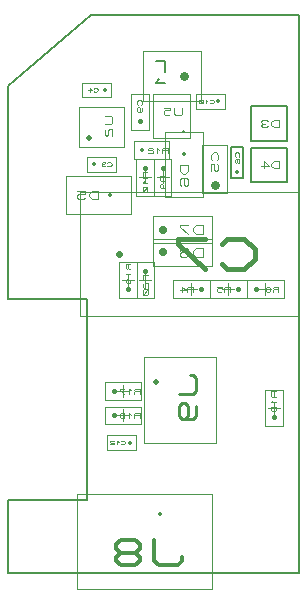
<source format=gbr>
G04 PROTEUS GERBER X2 FILE*
%TF.GenerationSoftware,Labcenter,Proteus,8.16-SP3-Build36097*%
%TF.CreationDate,2024-09-26T16:34:03+00:00*%
%TF.FileFunction,AssemblyDrawing,Bot*%
%TF.FilePolarity,Positive*%
%TF.Part,Single*%
%TF.SameCoordinates,{f118cff8-fadb-4bc5-a17f-1c91f2e22e42}*%
%FSLAX45Y45*%
%MOMM*%
G01*
%TA.AperFunction,Material*%
%ADD156C,0.050000*%
%ADD163C,0.396240*%
%ADD164C,0.066630*%
%ADD63C,0.177800*%
%ADD162C,0.096520*%
%ADD182C,0.488000*%
%ADD183C,0.107740*%
%ADD165C,0.376000*%
%ADD166C,0.051640*%
%ADD66C,0.100000*%
%ADD184C,0.558800*%
%ADD185C,0.415060*%
%ADD167C,0.355600*%
%ADD168C,0.056890*%
%ADD155C,0.688000*%
%ADD186C,0.123100*%
%ADD187C,0.360000*%
%ADD188C,0.113070*%
%ADD189C,0.270000*%
%ADD190C,0.099070*%
%ADD191C,0.408000*%
%ADD192C,0.064440*%
%ADD176C,0.380000*%
%ADD193C,0.065240*%
%ADD194C,0.728000*%
%ADD195C,0.097770*%
%ADD196C,0.765000*%
%ADD197C,0.137400*%
%ADD198C,0.540000*%
%ADD199C,0.236900*%
%TA.AperFunction,Profile*%
%ADD41C,0.177800*%
%TD.AperFunction*%
D156*
X+1032000Y+2943000D02*
X+722000Y+2943000D01*
X+722000Y+3093000D01*
X+1032000Y+3093000D01*
X+1032000Y+2943000D01*
X+877000Y+3068000D02*
X+877000Y+2968000D01*
X+827000Y+3018000D02*
X+927000Y+3018000D01*
D163*
X+957000Y+3018000D02*
X+957000Y+3018000D01*
D164*
X+888316Y+2998009D02*
X+888316Y+3037990D01*
X+850834Y+3037990D01*
X+843337Y+3031327D01*
X+843337Y+3024663D01*
X+850834Y+3018000D01*
X+888316Y+3018000D01*
X+850834Y+3018000D02*
X+843337Y+3011336D01*
X+843337Y+2998009D01*
X+783365Y+3011336D02*
X+828344Y+3011336D01*
X+798358Y+3037990D01*
X+798358Y+2998009D01*
D156*
X+1345000Y+2943000D02*
X+1035000Y+2943000D01*
X+1035000Y+3093000D01*
X+1345000Y+3093000D01*
X+1345000Y+2943000D01*
X+1190000Y+3068000D02*
X+1190000Y+2968000D01*
X+1140000Y+3018000D02*
X+1240000Y+3018000D01*
D163*
X+1270000Y+3018000D02*
X+1270000Y+3018000D01*
D164*
X+1201316Y+2998009D02*
X+1201316Y+3037990D01*
X+1163834Y+3037990D01*
X+1156337Y+3031327D01*
X+1156337Y+3024663D01*
X+1163834Y+3018000D01*
X+1201316Y+3018000D01*
X+1163834Y+3018000D02*
X+1156337Y+3011336D01*
X+1156337Y+2998009D01*
X+1096365Y+3037990D02*
X+1133848Y+3037990D01*
X+1133848Y+3024663D01*
X+1103862Y+3024663D01*
X+1096365Y+3018000D01*
X+1096365Y+3004672D01*
X+1103862Y+2998009D01*
X+1126351Y+2998009D01*
X+1133848Y+3004672D01*
D156*
X+1348000Y+3093000D02*
X+1658000Y+3093000D01*
X+1658000Y+2943000D01*
X+1348000Y+2943000D01*
X+1348000Y+3093000D01*
X+1503000Y+2968000D02*
X+1503000Y+3068000D01*
X+1553000Y+3018000D02*
X+1453000Y+3018000D01*
D163*
X+1423000Y+3018000D02*
X+1423000Y+3018000D01*
D164*
X+1611628Y+2998009D02*
X+1611628Y+3037990D01*
X+1574146Y+3037990D01*
X+1566649Y+3031327D01*
X+1566649Y+3024663D01*
X+1574146Y+3018000D01*
X+1611628Y+3018000D01*
X+1574146Y+3018000D02*
X+1566649Y+3011336D01*
X+1566649Y+2998009D01*
X+1536663Y+3018000D02*
X+1544160Y+3024663D01*
X+1544160Y+3031327D01*
X+1536663Y+3037990D01*
X+1514174Y+3037990D01*
X+1506677Y+3031327D01*
X+1506677Y+3024663D01*
X+1514174Y+3018000D01*
X+1536663Y+3018000D01*
X+1544160Y+3011336D01*
X+1544160Y+3004672D01*
X+1536663Y+2998009D01*
X+1514174Y+2998009D01*
X+1506677Y+3004672D01*
X+1506677Y+3011336D01*
X+1514174Y+3018000D01*
D63*
X+1380310Y+4274700D02*
X+1687650Y+4274700D01*
X+1687650Y+4566800D01*
X+1380310Y+4566800D01*
X+1380310Y+4274700D01*
D162*
X+1620848Y+4391794D02*
X+1620848Y+4449706D01*
X+1577414Y+4449706D01*
X+1555697Y+4430402D01*
X+1555697Y+4411098D01*
X+1577414Y+4391794D01*
X+1620848Y+4391794D01*
X+1523122Y+4440054D02*
X+1512263Y+4449706D01*
X+1479688Y+4449706D01*
X+1468829Y+4440054D01*
X+1468829Y+4430402D01*
X+1479688Y+4420750D01*
X+1468829Y+4411098D01*
X+1468829Y+4401446D01*
X+1479688Y+4391794D01*
X+1512263Y+4391794D01*
X+1523122Y+4401446D01*
X+1501405Y+4420750D02*
X+1479688Y+4420750D01*
D63*
X+1380310Y+3925200D02*
X+1687650Y+3925200D01*
X+1687650Y+4217300D01*
X+1380310Y+4217300D01*
X+1380310Y+3925200D01*
D162*
X+1620848Y+4042294D02*
X+1620848Y+4100206D01*
X+1577414Y+4100206D01*
X+1555697Y+4080902D01*
X+1555697Y+4061598D01*
X+1577414Y+4042294D01*
X+1620848Y+4042294D01*
X+1468829Y+4061598D02*
X+1533980Y+4061598D01*
X+1490546Y+4100206D01*
X+1490546Y+4042294D01*
D156*
X-75000Y+4221598D02*
X-75000Y+4557598D01*
X+311000Y+4557598D01*
X+311000Y+4221598D01*
X-75000Y+4221598D01*
D182*
X+11000Y+4294602D02*
X+11000Y+4294602D01*
D183*
X+142128Y+4486564D02*
X+195998Y+4486564D01*
X+206772Y+4474444D01*
X+206772Y+4425961D01*
X+195998Y+4413840D01*
X+142128Y+4413840D01*
X+152902Y+4377478D02*
X+142128Y+4365357D01*
X+142128Y+4328995D01*
X+152902Y+4316874D01*
X+163676Y+4316874D01*
X+174450Y+4328995D01*
X+174450Y+4365357D01*
X+185224Y+4377478D01*
X+206772Y+4377478D01*
X+206772Y+4316874D01*
D156*
X-5000Y+4014000D02*
X+239000Y+4014000D01*
X+239000Y+4138000D01*
X-5000Y+4138000D01*
X-5000Y+4014000D01*
D165*
X+50000Y+4076000D02*
X+50000Y+4076000D01*
D166*
X+166769Y+4065672D02*
X+172579Y+4060508D01*
X+190007Y+4060508D01*
X+201626Y+4070836D01*
X+201626Y+4081164D01*
X+190007Y+4091492D01*
X+172579Y+4091492D01*
X+166769Y+4086328D01*
X+149341Y+4086328D02*
X+143531Y+4091492D01*
X+126103Y+4091492D01*
X+120293Y+4086328D01*
X+120293Y+4081164D01*
X+126103Y+4076000D01*
X+120293Y+4070836D01*
X+120293Y+4065672D01*
X+126103Y+4060508D01*
X+143531Y+4060508D01*
X+149341Y+4065672D01*
X+137722Y+4076000D02*
X+126103Y+4076000D01*
D156*
X-45000Y+4644000D02*
X+199000Y+4644000D01*
X+199000Y+4768000D01*
X-45000Y+4768000D01*
X-45000Y+4644000D01*
D165*
X+144000Y+4706000D02*
X+144000Y+4706000D01*
D166*
X+50469Y+4695672D02*
X+56279Y+4690508D01*
X+73707Y+4690508D01*
X+85326Y+4700836D01*
X+85326Y+4711164D01*
X+73707Y+4721492D01*
X+56279Y+4721492D01*
X+50469Y+4716328D01*
X+3993Y+4700836D02*
X+38850Y+4700836D01*
X+15612Y+4721492D01*
X+15612Y+4690508D01*
D66*
X-63000Y+2793000D02*
X+1787000Y+2793000D01*
X+1787000Y+3843000D01*
X-63000Y+3843000D01*
X-63000Y+2793000D01*
D184*
X+262000Y+3318000D02*
X+262000Y+3318000D01*
D185*
X+1134360Y+3234987D02*
X+1181054Y+3193480D01*
X+1321138Y+3193480D01*
X+1414527Y+3276493D01*
X+1414527Y+3359506D01*
X+1321138Y+3442519D01*
X+1181054Y+3442519D01*
X+1134360Y+3401012D01*
X+994276Y+3442519D02*
X+760803Y+3442519D01*
X+760803Y+3401012D01*
X+994276Y+3193480D01*
D63*
X+1215470Y+3963830D02*
X+1314530Y+3963830D01*
X+1314530Y+4225450D01*
X+1215470Y+4225450D01*
X+1215470Y+3963830D01*
D167*
X+1265000Y+4008280D02*
X+1265000Y+4008280D01*
D168*
X+1276380Y+4138557D02*
X+1282069Y+4144958D01*
X+1282069Y+4164160D01*
X+1270690Y+4176961D01*
X+1259311Y+4176961D01*
X+1247932Y+4164160D01*
X+1247932Y+4144958D01*
X+1253621Y+4138557D01*
X+1253621Y+4087351D02*
X+1247932Y+4093752D01*
X+1247932Y+4112954D01*
X+1253621Y+4119355D01*
X+1276380Y+4119355D01*
X+1282069Y+4112954D01*
X+1282069Y+4093752D01*
X+1276380Y+4087351D01*
X+1270690Y+4087351D01*
X+1265000Y+4093752D01*
X+1265000Y+4119355D01*
D156*
X+559000Y+4120800D02*
X+559000Y+3810800D01*
X+409000Y+3810800D01*
X+409000Y+4120800D01*
X+559000Y+4120800D01*
X+434000Y+3965800D02*
X+534000Y+3965800D01*
X+484000Y+3915800D02*
X+484000Y+4015800D01*
D163*
X+484000Y+4045800D02*
X+484000Y+4045800D01*
D164*
X+503991Y+4007102D02*
X+464010Y+4007102D01*
X+464010Y+3969620D01*
X+470673Y+3962123D01*
X+477337Y+3962123D01*
X+484000Y+3969620D01*
X+484000Y+4007102D01*
X+484000Y+3969620D02*
X+490664Y+3962123D01*
X+503991Y+3962123D01*
X+477337Y+3932137D02*
X+464010Y+3917144D01*
X+503991Y+3917144D01*
X+497328Y+3887158D02*
X+470673Y+3887158D01*
X+464010Y+3879662D01*
X+464010Y+3849676D01*
X+470673Y+3842179D01*
X+497328Y+3842179D01*
X+503991Y+3849676D01*
X+503991Y+3879662D01*
X+497328Y+3887158D01*
X+503991Y+3887158D02*
X+464010Y+3842179D01*
D156*
X+552000Y+3412002D02*
X+552000Y+3633998D01*
X+1052000Y+3633998D01*
X+1052000Y+3412002D01*
X+552000Y+3412002D01*
D155*
X+633000Y+3523000D02*
X+633000Y+3523000D01*
D186*
X+971745Y+3486068D02*
X+971745Y+3559931D01*
X+916348Y+3559931D01*
X+888649Y+3535310D01*
X+888649Y+3510689D01*
X+916348Y+3486068D01*
X+971745Y+3486068D01*
X+847101Y+3559931D02*
X+777854Y+3559931D01*
X+777854Y+3547621D01*
X+847101Y+3486068D01*
D66*
X+654000Y+3797000D02*
X+978000Y+3797000D01*
X+978000Y+4347000D01*
X+654000Y+4347000D01*
X+654000Y+3797000D01*
D187*
X+816000Y+4167000D02*
X+816000Y+4167000D01*
D188*
X+849922Y+4072265D02*
X+782078Y+4072265D01*
X+782078Y+4021383D01*
X+804693Y+3995942D01*
X+827307Y+3995942D01*
X+849922Y+4021383D01*
X+849922Y+4072265D01*
X+793385Y+3894177D02*
X+782078Y+3906897D01*
X+782078Y+3945059D01*
X+793385Y+3957780D01*
X+838615Y+3957780D01*
X+849922Y+3945059D01*
X+849922Y+3906897D01*
X+838615Y+3894177D01*
X+827307Y+3894177D01*
X+816000Y+3906897D01*
X+816000Y+3957780D01*
D156*
X+708974Y+4121307D02*
X+708974Y+3811307D01*
X+558974Y+3811307D01*
X+558974Y+4121307D01*
X+708974Y+4121307D01*
X+583974Y+3966307D02*
X+683974Y+3966307D01*
X+633974Y+3916307D02*
X+633974Y+4016307D01*
D163*
X+633974Y+4046307D02*
X+633974Y+4046307D01*
D164*
X+653965Y+3977623D02*
X+613984Y+3977623D01*
X+613984Y+3940141D01*
X+620647Y+3932644D01*
X+627311Y+3932644D01*
X+633974Y+3940141D01*
X+633974Y+3977623D01*
X+633974Y+3940141D02*
X+640638Y+3932644D01*
X+653965Y+3932644D01*
X+627311Y+3872672D02*
X+633974Y+3880169D01*
X+633974Y+3902658D01*
X+627311Y+3910155D01*
X+620647Y+3910155D01*
X+613984Y+3902658D01*
X+613984Y+3880169D01*
X+620647Y+3872672D01*
X+647302Y+3872672D01*
X+653965Y+3880169D01*
X+653965Y+3902658D01*
D156*
X+555000Y+4298000D02*
X+865000Y+4298000D01*
X+865000Y+4674000D01*
X+555000Y+4674000D01*
X+555000Y+4298000D01*
D189*
X+810000Y+4361000D02*
X+810000Y+4361000D01*
D190*
X+799165Y+4555222D02*
X+799165Y+4505685D01*
X+788020Y+4495778D01*
X+743437Y+4495778D01*
X+732292Y+4505685D01*
X+732292Y+4555222D01*
X+643127Y+4555222D02*
X+698855Y+4555222D01*
X+698855Y+4535407D01*
X+654272Y+4535407D01*
X+643127Y+4525500D01*
X+643127Y+4505685D01*
X+654272Y+4495778D01*
X+687709Y+4495778D01*
X+698855Y+4505685D01*
D156*
X+364000Y+4367000D02*
X+364000Y+4669000D01*
X+516000Y+4367000D02*
X+516000Y+4669000D01*
X+364000Y+4367000D02*
X+516000Y+4367000D01*
X+364000Y+4669000D02*
X+516000Y+4669000D01*
D191*
X+440000Y+4440000D02*
X+440000Y+4440000D01*
D192*
X+452888Y+4580449D02*
X+459332Y+4587699D01*
X+459332Y+4609447D01*
X+446444Y+4623946D01*
X+433556Y+4623946D01*
X+420668Y+4609447D01*
X+420668Y+4587699D01*
X+427112Y+4580449D01*
X+433556Y+4522453D02*
X+440000Y+4529703D01*
X+440000Y+4551451D01*
X+433556Y+4558701D01*
X+427112Y+4558701D01*
X+420668Y+4551451D01*
X+420668Y+4529703D01*
X+427112Y+4522453D01*
X+452888Y+4522453D01*
X+459332Y+4529703D01*
X+459332Y+4551451D01*
D156*
X+915000Y+4547000D02*
X+1159000Y+4547000D01*
X+1159000Y+4671000D01*
X+915000Y+4671000D01*
X+915000Y+4547000D01*
D165*
X+1104000Y+4609000D02*
X+1104000Y+4609000D01*
D166*
X+1033707Y+4598672D02*
X+1039517Y+4593508D01*
X+1056945Y+4593508D01*
X+1068564Y+4603836D01*
X+1068564Y+4614164D01*
X+1056945Y+4624492D01*
X+1039517Y+4624492D01*
X+1033707Y+4619328D01*
X+1010469Y+4614164D02*
X+998850Y+4624492D01*
X+998850Y+4593508D01*
X+975612Y+4598672D02*
X+975612Y+4619328D01*
X+969803Y+4624492D01*
X+946565Y+4624492D01*
X+940755Y+4619328D01*
X+940755Y+4598672D01*
X+946565Y+4593508D01*
X+969803Y+4593508D01*
X+975612Y+4598672D01*
X+975612Y+4593508D02*
X+940755Y+4624492D01*
D156*
X+392000Y+4119000D02*
X+692000Y+4119000D01*
X+692000Y+4269000D01*
X+392000Y+4269000D01*
X+392000Y+4119000D01*
D176*
X+462000Y+4194000D02*
X+462000Y+4194000D01*
D193*
X+675824Y+4174428D02*
X+675824Y+4213572D01*
X+639127Y+4213572D01*
X+631787Y+4207048D01*
X+631787Y+4200524D01*
X+639127Y+4194000D01*
X+675824Y+4194000D01*
X+639127Y+4194000D02*
X+631787Y+4187476D01*
X+631787Y+4174428D01*
X+602429Y+4200524D02*
X+587750Y+4213572D01*
X+587750Y+4174428D01*
X+551053Y+4207048D02*
X+543713Y+4213572D01*
X+521695Y+4213572D01*
X+514355Y+4207048D01*
X+514355Y+4200524D01*
X+521695Y+4194000D01*
X+543713Y+4194000D01*
X+551053Y+4187476D01*
X+551053Y+4174428D01*
X+514355Y+4174428D01*
D156*
X+969000Y+3830000D02*
X+1181000Y+3830000D01*
X+1181000Y+4242000D01*
X+969000Y+4242000D01*
X+969000Y+3830000D01*
D194*
X+1075000Y+3897000D02*
X+1075000Y+3897000D01*
D195*
X+1094555Y+4110949D02*
X+1104332Y+4121949D01*
X+1104332Y+4154947D01*
X+1084777Y+4176945D01*
X+1065223Y+4176945D01*
X+1045668Y+4154947D01*
X+1045668Y+4121949D01*
X+1055445Y+4110949D01*
X+1045668Y+4022954D02*
X+1045668Y+4077951D01*
X+1065223Y+4077951D01*
X+1065223Y+4033954D01*
X+1075000Y+4022954D01*
X+1094555Y+4022954D01*
X+1104332Y+4033954D01*
X+1104332Y+4066952D01*
X+1094555Y+4077951D01*
D66*
X+465000Y+4616000D02*
X+955000Y+4616000D01*
X+955000Y+5036000D01*
X+465000Y+5036000D01*
X+465000Y+4616000D01*
D196*
X+812000Y+4826000D02*
X+812000Y+4826000D01*
D197*
X+575654Y+4949665D02*
X+658097Y+4949665D01*
X+658097Y+4856917D01*
X+603135Y+4795084D02*
X+575654Y+4764168D01*
X+658097Y+4764168D01*
D66*
X-185000Y+3654000D02*
X+365000Y+3654000D01*
X+365000Y+3978000D01*
X-185000Y+3978000D01*
X-185000Y+3654000D01*
D187*
X+185000Y+3816000D02*
X+185000Y+3816000D01*
D188*
X+90265Y+3782078D02*
X+90265Y+3849922D01*
X+39383Y+3849922D01*
X+13942Y+3827307D01*
X+13942Y+3804693D01*
X+39383Y+3782078D01*
X+90265Y+3782078D01*
X-87823Y+3849922D02*
X-24220Y+3849922D01*
X-24220Y+3827307D01*
X-75103Y+3827307D01*
X-87823Y+3816000D01*
X-87823Y+3793385D01*
X-75103Y+3782078D01*
X-36941Y+3782078D01*
X-24220Y+3793385D01*
D66*
X-90000Y+480000D02*
X+1050000Y+480000D01*
X+1050000Y+1282000D01*
X-90000Y+1282000D01*
X-90000Y+480000D01*
D187*
X+610000Y+1115000D02*
X+610000Y+1115000D01*
D167*
X+800499Y+750389D02*
X+800499Y+714778D01*
X+760437Y+679167D01*
X+600188Y+679167D01*
X+560125Y+714778D01*
X+560125Y+892833D01*
X+399876Y+786000D02*
X+439938Y+821611D01*
X+439938Y+857222D01*
X+399876Y+892833D01*
X+279689Y+892833D01*
X+239626Y+857222D01*
X+239626Y+821611D01*
X+279689Y+786000D01*
X+399876Y+786000D01*
X+439938Y+750389D01*
X+439938Y+714778D01*
X+399876Y+679167D01*
X+279689Y+679167D01*
X+239626Y+714778D01*
X+239626Y+750389D01*
X+279689Y+786000D01*
D156*
X+478000Y+2444998D02*
X+1083000Y+2444998D01*
X+1083000Y+1715002D01*
X+478000Y+1715002D01*
X+478000Y+2444998D01*
D198*
X+580000Y+2230000D02*
X+580000Y+2230000D01*
D199*
X+869941Y+2293218D02*
X+893632Y+2293218D01*
X+917323Y+2266566D01*
X+917323Y+2159957D01*
X+893632Y+2133305D01*
X+775177Y+2133305D01*
X+822559Y+1920087D02*
X+846250Y+1946739D01*
X+846250Y+2026696D01*
X+822559Y+2053348D01*
X+798868Y+2053348D01*
X+775177Y+2026696D01*
X+775177Y+1946739D01*
X+798868Y+1920087D01*
X+893632Y+1920087D01*
X+917323Y+1946739D01*
X+917323Y+2026696D01*
D156*
X+145000Y+2025000D02*
X+455000Y+2025000D01*
X+455000Y+1875000D01*
X+145000Y+1875000D01*
X+145000Y+2025000D01*
X+300000Y+1900000D02*
X+300000Y+2000000D01*
X+350000Y+1950000D02*
X+250000Y+1950000D01*
D163*
X+220000Y+1950000D02*
X+220000Y+1950000D01*
D164*
X+438614Y+1930009D02*
X+438614Y+1969990D01*
X+401132Y+1969990D01*
X+393635Y+1963327D01*
X+393635Y+1956663D01*
X+401132Y+1950000D01*
X+438614Y+1950000D01*
X+401132Y+1950000D02*
X+393635Y+1943336D01*
X+393635Y+1930009D01*
X+363649Y+1956663D02*
X+348656Y+1969990D01*
X+348656Y+1930009D01*
X+273691Y+1963327D02*
X+281188Y+1969990D01*
X+303677Y+1969990D01*
X+311174Y+1963327D01*
X+311174Y+1936672D01*
X+303677Y+1930009D01*
X+281188Y+1930009D01*
X+273691Y+1936672D01*
X+273691Y+1943336D01*
X+281188Y+1950000D01*
X+311174Y+1950000D01*
D156*
X+145000Y+2230000D02*
X+455000Y+2230000D01*
X+455000Y+2080000D01*
X+145000Y+2080000D01*
X+145000Y+2230000D01*
X+300000Y+2105000D02*
X+300000Y+2205000D01*
X+350000Y+2155000D02*
X+250000Y+2155000D01*
D163*
X+220000Y+2155000D02*
X+220000Y+2155000D01*
D164*
X+438614Y+2135009D02*
X+438614Y+2174990D01*
X+401132Y+2174990D01*
X+393635Y+2168327D01*
X+393635Y+2161663D01*
X+401132Y+2155000D01*
X+438614Y+2155000D01*
X+401132Y+2155000D02*
X+393635Y+2148336D01*
X+393635Y+2135009D01*
X+363649Y+2161663D02*
X+348656Y+2174990D01*
X+348656Y+2135009D01*
X+311174Y+2174990D02*
X+273691Y+2174990D01*
X+273691Y+2168327D01*
X+311174Y+2135009D01*
D41*
X-671603Y+4737000D02*
X-671603Y+2937000D01*
X-5970Y+2937000D01*
X-5970Y+1236000D01*
X-672000Y+1236000D01*
X-672000Y+616000D01*
X+1788988Y+616000D01*
X+1788988Y+5337000D01*
X+28182Y+5337000D01*
X-671603Y+4737000D01*
D156*
X+1499000Y+1859000D02*
X+1499000Y+2169000D01*
X+1649000Y+2169000D01*
X+1649000Y+1859000D01*
X+1499000Y+1859000D01*
X+1624000Y+2014000D02*
X+1524000Y+2014000D01*
X+1574000Y+2064000D02*
X+1574000Y+1964000D01*
D163*
X+1574000Y+1934000D02*
X+1574000Y+1934000D01*
D164*
X+1593991Y+2152614D02*
X+1554010Y+2152614D01*
X+1554010Y+2115132D01*
X+1560673Y+2107635D01*
X+1567337Y+2107635D01*
X+1574000Y+2115132D01*
X+1574000Y+2152614D01*
X+1574000Y+2115132D02*
X+1580664Y+2107635D01*
X+1593991Y+2107635D01*
X+1567337Y+2077649D02*
X+1554010Y+2062656D01*
X+1593991Y+2062656D01*
X+1574000Y+2017677D02*
X+1567337Y+2025174D01*
X+1560673Y+2025174D01*
X+1554010Y+2017677D01*
X+1554010Y+1995188D01*
X+1560673Y+1987691D01*
X+1567337Y+1987691D01*
X+1574000Y+1995188D01*
X+1574000Y+2017677D01*
X+1580664Y+2025174D01*
X+1587328Y+2025174D01*
X+1593991Y+2017677D01*
X+1593991Y+1995188D01*
X+1587328Y+1987691D01*
X+1580664Y+1987691D01*
X+1574000Y+1995188D01*
D156*
X+552000Y+3219002D02*
X+552000Y+3440998D01*
X+1052000Y+3440998D01*
X+1052000Y+3219002D01*
X+552000Y+3219002D01*
D155*
X+633000Y+3330000D02*
X+633000Y+3330000D01*
D186*
X+971745Y+3293068D02*
X+971745Y+3366931D01*
X+916348Y+3366931D01*
X+888649Y+3342310D01*
X+888649Y+3317689D01*
X+916348Y+3293068D01*
X+971745Y+3293068D01*
X+833252Y+3330000D02*
X+847101Y+3342310D01*
X+847101Y+3354621D01*
X+833252Y+3366931D01*
X+791704Y+3366931D01*
X+777854Y+3354621D01*
X+777854Y+3342310D01*
X+791704Y+3330000D01*
X+833252Y+3330000D01*
X+847101Y+3317689D01*
X+847101Y+3305378D01*
X+833252Y+3293068D01*
X+791704Y+3293068D01*
X+777854Y+3305378D01*
X+777854Y+3317689D01*
X+791704Y+3330000D01*
D156*
X+165000Y+1658000D02*
X+409000Y+1658000D01*
X+409000Y+1782000D01*
X+165000Y+1782000D01*
X+165000Y+1658000D01*
D165*
X+354000Y+1720000D02*
X+354000Y+1720000D01*
D166*
X+283707Y+1709672D02*
X+289517Y+1704508D01*
X+306945Y+1704508D01*
X+318564Y+1714836D01*
X+318564Y+1725164D01*
X+306945Y+1735492D01*
X+289517Y+1735492D01*
X+283707Y+1730328D01*
X+260469Y+1725164D02*
X+248850Y+1735492D01*
X+248850Y+1704508D01*
X+219803Y+1730328D02*
X+213993Y+1735492D01*
X+196565Y+1735492D01*
X+190755Y+1730328D01*
X+190755Y+1725164D01*
X+196565Y+1720000D01*
X+213993Y+1720000D01*
X+219803Y+1714836D01*
X+219803Y+1704508D01*
X+190755Y+1704508D01*
D156*
X+266954Y+2941000D02*
X+266954Y+3251000D01*
X+416954Y+3251000D01*
X+416954Y+2941000D01*
X+266954Y+2941000D01*
X+391954Y+3096000D02*
X+291954Y+3096000D01*
X+341954Y+3146000D02*
X+341954Y+3046000D01*
D163*
X+341954Y+3016000D02*
X+341954Y+3016000D01*
D164*
X+361945Y+3234614D02*
X+321964Y+3234614D01*
X+321964Y+3197132D01*
X+328627Y+3189635D01*
X+335291Y+3189635D01*
X+341954Y+3197132D01*
X+341954Y+3234614D01*
X+341954Y+3197132D02*
X+348618Y+3189635D01*
X+361945Y+3189635D01*
X+335291Y+3159649D02*
X+321964Y+3144656D01*
X+361945Y+3144656D01*
X+335291Y+3069691D02*
X+341954Y+3077188D01*
X+341954Y+3099677D01*
X+335291Y+3107174D01*
X+328627Y+3107174D01*
X+321964Y+3099677D01*
X+321964Y+3077188D01*
X+328627Y+3069691D01*
X+355282Y+3069691D01*
X+361945Y+3077188D01*
X+361945Y+3099677D01*
D156*
X+563000Y+3251000D02*
X+563000Y+2941000D01*
X+413000Y+2941000D01*
X+413000Y+3251000D01*
X+563000Y+3251000D01*
X+438000Y+3096000D02*
X+538000Y+3096000D01*
X+488000Y+3046000D02*
X+488000Y+3146000D01*
D163*
X+488000Y+3176000D02*
X+488000Y+3176000D01*
D164*
X+507991Y+3137302D02*
X+468010Y+3137302D01*
X+468010Y+3099820D01*
X+474673Y+3092323D01*
X+481337Y+3092323D01*
X+488000Y+3099820D01*
X+488000Y+3137302D01*
X+488000Y+3099820D02*
X+494664Y+3092323D01*
X+507991Y+3092323D01*
X+474673Y+3069834D02*
X+468010Y+3062337D01*
X+468010Y+3039848D01*
X+474673Y+3032351D01*
X+481337Y+3032351D01*
X+488000Y+3039848D01*
X+488000Y+3062337D01*
X+494664Y+3069834D01*
X+507991Y+3069834D01*
X+507991Y+3032351D01*
X+501328Y+3017358D02*
X+474673Y+3017358D01*
X+468010Y+3009862D01*
X+468010Y+2979876D01*
X+474673Y+2972379D01*
X+501328Y+2972379D01*
X+507991Y+2979876D01*
X+507991Y+3009862D01*
X+501328Y+3017358D01*
X+507991Y+3017358D02*
X+468010Y+2972379D01*
M02*

</source>
